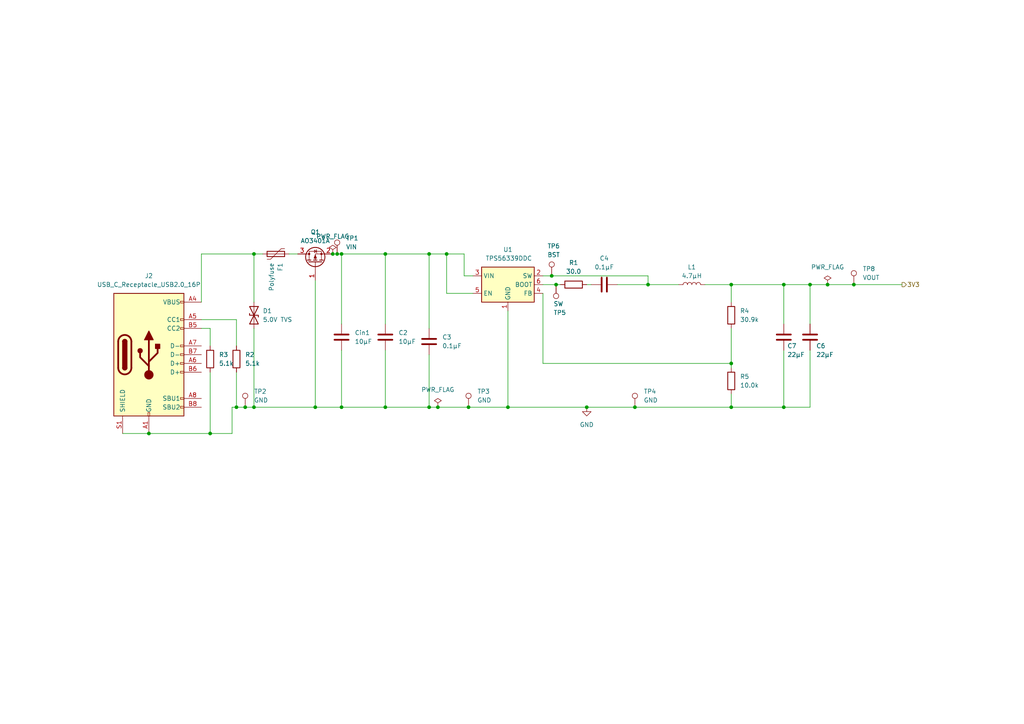
<source format=kicad_sch>
(kicad_sch (version 20250114) (generator "eeschema") (generator_version "9.0")
  (paper "A4")
  (title_block (title "ESP32 Dev Board – Power Supply") (date "2026-02-05") (rev "v1.0"))
  (lib_symbols
    (symbol "Connector:TestPoint" (pin_numbers (hide yes)) (pin_names (offset 0.762) (hide yes))
      (property "Reference" "TP" (at 0 6.858 0))
      (property "Value" "TestPoint" (at 0 5.08 0))
      (symbol "TestPoint_0_1"
        (circle (center 0 3.302) (radius 0.762))
      )
      (symbol "TestPoint_1_1"
        (pin passive line (at 0 0 90) (length 2.54) (name "1") (number "1"))
      )
    )
    (symbol "Connector:USB_C_Receptacle_USB2.0_16P" (pin_names (offset 1.016))
      (property "Reference" "J" (at 0 22.225 0))
      (property "Value" "USB_C_Receptacle_USB2.0_16P" (at 0 19.685 0))
      (symbol "USB_C_Receptacle_USB2.0_16P_0_0"
        (rectangle (start -0.254 -17.78) (end 0.254 -16.764))
        (rectangle (start 10.16 15.494) (end 9.144 14.986))
        (rectangle (start 10.16 10.414) (end 9.144 9.906))
        (rectangle (start 10.16 7.874) (end 9.144 7.366))
        (rectangle (start 10.16 2.794) (end 9.144 2.286))
        (rectangle (start 10.16 0.254) (end 9.144 -0.254))
        (rectangle (start 10.16 -2.286) (end 9.144 -2.794))
        (rectangle (start 10.16 -4.826) (end 9.144 -5.334))
        (rectangle (start 10.16 -12.446) (end 9.144 -12.954))
        (rectangle (start 10.16 -14.986) (end 9.144 -15.494))
      )
      (symbol "USB_C_Receptacle_USB2.0_16P_0_1"
        (rectangle (start -10.16 17.78) (end 10.16 -17.78) (stroke (width 0.254)) (fill (type background)))
        (polyline (pts (xy -8.89 -3.81) (xy -8.89 3.81)) (stroke (width 0.508)))
        (rectangle (start -7.62 -3.81) (end -6.35 3.81) (stroke (width 0.254)) (fill (type outline)))
        (arc (start -7.62 3.81) (mid -6.985 4.4423) (end -6.35 3.81) (stroke (width 0.254)))
        (arc (start -7.62 3.81) (mid -6.985 4.4423) (end -6.35 3.81) (stroke (width 0.254)) (fill (type outline)))
        (arc (start -8.89 3.81) (mid -6.985 5.7067) (end -5.08 3.81) (stroke (width 0.508)))
        (arc (start -5.08 -3.81) (mid -6.985 -5.7067) (end -8.89 -3.81) (stroke (width 0.508)))
        (arc (start -6.35 -3.81) (mid -6.985 -4.4423) (end -7.62 -3.81) (stroke (width 0.254)))
        (arc (start -6.35 -3.81) (mid -6.985 -4.4423) (end -7.62 -3.81) (stroke (width 0.254)) (fill (type outline)))
        (polyline (pts (xy -5.08 3.81) (xy -5.08 -3.81)) (stroke (width 0.508)))
        (circle (center -2.54 1.143) (radius 0.635) (stroke (width 0.254)) (fill (type outline)))
        (polyline (pts (xy -1.27 4.318) (xy 0 6.858) (xy 1.27 4.318) (xy -1.27 4.318)) (stroke (width 0.254)) (fill (type outline)))
        (polyline (pts (xy 0 -2.032) (xy 2.54 0.508) (xy 2.54 1.778)) (stroke (width 0.508)))
        (polyline (pts (xy 0 -3.302) (xy -2.54 -0.762) (xy -2.54 0.508)) (stroke (width 0.508)))
        (polyline (pts (xy 0 -5.842) (xy 0 4.318)) (stroke (width 0.508)))
        (circle (center 0 -5.842) (radius 1.27) (fill (type outline)))
        (rectangle (start 1.905 1.778) (end 3.175 3.048) (stroke (width 0.254)) (fill (type outline)))
      )
      (symbol "USB_C_Receptacle_USB2.0_16P_1_1"
        (pin passive line (at -7.62 -22.86 90) (length 5.08) (name "SHIELD") (number "S1"))
        (pin passive line (at 0 -22.86 90) (length 5.08) (name "GND") (number "A1"))
        (pin passive line (at 0 -22.86 90) (length 5.08) (hide yes) (name "GND") (number "A12"))
        (pin passive line (at 0 -22.86 90) (length 5.08) (hide yes) (name "GND") (number "B1"))
        (pin passive line (at 0 -22.86 90) (length 5.08) (hide yes) (name "GND") (number "B12"))
        (pin passive line (at 15.24 15.24 180) (length 5.08) (name "VBUS") (number "A4"))
        (pin passive line (at 15.24 15.24 180) (length 5.08) (hide yes) (name "VBUS") (number "A9"))
        (pin passive line (at 15.24 15.24 180) (length 5.08) (hide yes) (name "VBUS") (number "B4"))
        (pin passive line (at 15.24 15.24 180) (length 5.08) (hide yes) (name "VBUS") (number "B9"))
        (pin bidirectional line (at 15.24 10.16 180) (length 5.08) (name "CC1") (number "A5"))
        (pin bidirectional line (at 15.24 7.62 180) (length 5.08) (name "CC2") (number "B5"))
        (pin bidirectional line (at 15.24 2.54 180) (length 5.08) (name "D-") (number "A7"))
        (pin bidirectional line (at 15.24 0 180) (length 5.08) (name "D-") (number "B7"))
        (pin bidirectional line (at 15.24 -2.54 180) (length 5.08) (name "D+") (number "A6"))
        (pin bidirectional line (at 15.24 -5.08 180) (length 5.08) (name "D+") (number "B6"))
        (pin bidirectional line (at 15.24 -12.7 180) (length 5.08) (name "SBU1") (number "A8"))
        (pin bidirectional line (at 15.24 -15.24 180) (length 5.08) (name "SBU2") (number "B8"))
      )
    )
    (symbol "Device:C" (pin_numbers (hide yes)) (pin_names (offset 0.254))
      (property "Reference" "C" (at 0.635 2.54 0))
      (property "Value" "C" (at 0.635 -2.54 0))
      (symbol "C_0_1"
        (polyline (pts (xy -2.032 0.762) (xy 2.032 0.762)) (stroke (width 0.508)))
        (polyline (pts (xy -2.032 -0.762) (xy 2.032 -0.762)) (stroke (width 0.508)))
      )
      (symbol "C_1_1"
        (pin passive line (at 0 3.81 270) (length 2.794) (name "~") (number "1"))
        (pin passive line (at 0 -3.81 90) (length 2.794) (name "~") (number "2"))
      )
    )
    (symbol "Device:D_TVS" (pin_numbers (hide yes)) (pin_names (offset 1.016) (hide yes))
      (property "Reference" "D" (at 0 2.54 0))
      (property "Value" "D_TVS" (at 0 -2.54 0))
      (symbol "D_TVS_0_1"
        (polyline (pts (xy -2.54 1.27) (xy -2.54 -1.27) (xy 2.54 1.27) (xy 2.54 -1.27) (xy -2.54 1.27)) (stroke (width 0.254)))
        (polyline (pts (xy 0.508 1.27) (xy 0 1.27) (xy 0 -1.27) (xy -0.508 -1.27)) (stroke (width 0.254)))
        (polyline (pts (xy 1.27 0) (xy -1.27 0)))
      )
      (symbol "D_TVS_1_1"
        (pin passive line (at -3.81 0 0) (length 2.54) (name "A1") (number "1"))
        (pin passive line (at 3.81 0 180) (length 2.54) (name "A2") (number "2"))
      )
    )
    (symbol "Device:L" (pin_numbers (hide yes)) (pin_names (offset 1.016) (hide yes))
      (property "Reference" "L" (at -1.27 0 90))
      (property "Value" "L" (at 1.905 0 90))
      (symbol "L_0_1"
        (arc (start 0 2.54) (mid 0.6323 1.905) (end 0 1.27))
        (arc (start 0 1.27) (mid 0.6323 0.635) (end 0 0))
        (arc (start 0 0) (mid 0.6323 -0.635) (end 0 -1.27))
        (arc (start 0 -1.27) (mid 0.6323 -1.905) (end 0 -2.54))
      )
      (symbol "L_1_1"
        (pin passive line (at 0 3.81 270) (length 1.27) (name "1") (number "1"))
        (pin passive line (at 0 -3.81 90) (length 1.27) (name "2") (number "2"))
      )
    )
    (symbol "Device:Polyfuse" (pin_numbers (hide yes)) (pin_names (offset 0))
      (property "Reference" "F" (at -2.54 0 90))
      (property "Value" "Polyfuse" (at 2.54 0 90))
      (symbol "Polyfuse_0_1"
        (polyline (pts (xy -1.524 2.54) (xy -1.524 1.524) (xy 1.524 -1.524) (xy 1.524 -2.54)))
        (rectangle (start -0.762 2.54) (end 0.762 -2.54) (stroke (width 0.254)))
        (polyline (pts (xy 0 2.54) (xy 0 -2.54)))
      )
      (symbol "Polyfuse_1_1"
        (pin passive line (at 0 3.81 270) (length 1.27) (name "~") (number "1"))
        (pin passive line (at 0 -3.81 90) (length 1.27) (name "~") (number "2"))
      )
    )
    (symbol "Device:R" (pin_numbers (hide yes)) (pin_names (offset 0))
      (property "Reference" "R" (at 2.032 0 90))
      (property "Value" "R" (at 0 0 90))
      (symbol "R_0_1"
        (rectangle (start -1.016 -2.54) (end 1.016 2.54) (stroke (width 0.254)))
      )
      (symbol "R_1_1"
        (pin passive line (at 0 3.81 270) (length 1.27) (name "~") (number "1"))
        (pin passive line (at 0 -3.81 90) (length 1.27) (name "~") (number "2"))
      )
    )
    (symbol "Regulator_Switching:TPS56339DDC"
      (property "Reference" "U" (at -7.62 6.35 0))
      (property "Value" "TPS56339DDC" (at -2.54 6.35 0))
      (symbol "TPS56339DDC_0_1"
        (rectangle (start -7.62 5.08) (end 7.62 -5.08) (stroke (width 0.254)) (fill (type background)))
      )
      (symbol "TPS56339DDC_1_1"
        (pin power_in line (at -10.16 2.54 0) (length 2.54) (name "VIN") (number "3"))
        (pin input line (at -10.16 -2.54 0) (length 2.54) (name "EN") (number "5"))
        (pin power_in line (at 0 -7.62 90) (length 2.54) (name "GND") (number "1"))
        (pin power_out line (at 10.16 2.54 180) (length 2.54) (name "SW") (number "2"))
        (pin passive line (at 10.16 0 180) (length 2.54) (name "BOOT") (number "6"))
        (pin input line (at 10.16 -2.54 180) (length 2.54) (name "FB") (number "4"))
      )
    )
    (symbol "Transistor_FET:AO3401A" (pin_names (hide yes))
      (property "Reference" "Q" (at 5.08 1.905 0))
      (property "Value" "AO3401A" (at 5.08 0 0))
      (symbol "AO3401A_0_1"
        (polyline (pts (xy 0.254 1.905) (xy 0.254 -1.905)) (stroke (width 0.254)))
        (polyline (pts (xy 0.254 0) (xy -2.54 0)))
        (polyline (pts (xy 0.762 2.286) (xy 0.762 1.27)) (stroke (width 0.254)))
        (polyline (pts (xy 0.762 1.778) (xy 3.302 1.778) (xy 3.302 -1.778) (xy 0.762 -1.778)))
        (polyline (pts (xy 0.762 0.508) (xy 0.762 -0.508)) (stroke (width 0.254)))
        (polyline (pts (xy 0.762 -1.27) (xy 0.762 -2.286)) (stroke (width 0.254)))
        (circle (center 1.651 0) (radius 2.794) (stroke (width 0.254)))
        (polyline (pts (xy 2.286 0) (xy 1.27 0.381) (xy 1.27 -0.381) (xy 2.286 0)) (fill (type outline)))
        (polyline (pts (xy 2.54 2.54) (xy 2.54 1.778)))
        (circle (center 2.54 1.778) (radius 0.254) (fill (type outline)))
        (circle (center 2.54 -1.778) (radius 0.254) (fill (type outline)))
        (polyline (pts (xy 2.54 -2.54) (xy 2.54 0) (xy 0.762 0)))
        (polyline (pts (xy 2.794 -0.508) (xy 2.921 -0.381) (xy 3.683 -0.381) (xy 3.81 -0.254)))
        (polyline (pts (xy 3.302 -0.381) (xy 2.921 0.254) (xy 3.683 0.254) (xy 3.302 -0.381)))
      )
      (symbol "AO3401A_1_1"
        (pin input line (at -5.08 0 0) (length 2.54) (name "G") (number "1"))
        (pin passive line (at 2.54 5.08 270) (length 2.54) (name "D") (number "3"))
        (pin passive line (at 2.54 -5.08 90) (length 2.54) (name "S") (number "2"))
      )
    )
    (symbol "power:GND" (power) (pin_numbers (hide yes)) (pin_names (offset 0) (hide yes))
      (property "Value" "GND" (at 0 -3.81 0))
      (symbol "GND_0_1"
        (polyline (pts (xy 0 0) (xy 0 -1.27) (xy 1.27 -1.27) (xy 0 -2.54) (xy -1.27 -1.27) (xy 0 -1.27)))
      )
      (symbol "GND_1_1"
        (pin power_in line (at 0 0 270) (length 0) (name "~") (number "1"))
      )
    )
    (symbol "power:PWR_FLAG" (power) (pin_numbers (hide yes)) (pin_names (offset 0) (hide yes))
      (property "Value" "PWR_FLAG" (at 0 3.81 0))
      (symbol "PWR_FLAG_0_0"
        (pin power_out line (at 0 0 90) (length 0) (name "~") (number "1"))
      )
      (symbol "PWR_FLAG_0_1"
        (polyline (pts (xy 0 0) (xy 0 1.27) (xy -1.016 1.905) (xy 0 2.54) (xy 1.016 1.905) (xy 0 1.27)))
      )
    )
  )
  (junction (at 129.54 73.66))
  (junction (at 97.79 73.66))
  (junction (at 124.46 73.66))
  (junction (at 96.52 73.66))
  (junction (at 71.12 118.11))
  (junction (at 147.32 118.11))
  (junction (at 247.65 82.55))
  (junction (at 127 118.11))
  (junction (at 227.33 82.55))
  (junction (at 99.06 73.66))
  (junction (at 135.89 118.11))
  (junction (at 240.03 82.55))
  (junction (at 212.09 118.11))
  (junction (at 111.76 73.66))
  (junction (at 73.66 118.11))
  (junction (at 99.06 118.11))
  (junction (at 111.76 118.11))
  (junction (at 124.46 118.11))
  (junction (at 170.18 118.11))
  (junction (at 73.66 73.66))
  (junction (at 187.96 82.55))
  (junction (at 234.95 82.55))
  (junction (at 68.58 118.11))
  (junction (at 160.02 80.01))
  (junction (at 60.96 125.73))
  (junction (at 184.15 118.11))
  (junction (at 43.18 125.73))
  (junction (at 212.09 82.55))
  (junction (at 161.29 82.55))
  (junction (at 227.33 118.11))
  (junction (at 212.09 105.41))
  (junction (at 91.44 118.11))
  (wire (pts (xy 96.52 73.66) (xy 97.79 73.66)))
  (wire (pts (xy 212.09 82.55) (xy 227.33 82.55)))
  (wire (pts (xy 35.56 125.73) (xy 43.18 125.73)))
  (wire (pts (xy 247.65 82.55) (xy 261.62 82.55)))
  (wire (pts (xy 170.18 118.11) (xy 184.15 118.11)))
  (wire (pts (xy 227.33 118.11) (xy 234.95 118.11)))
  (wire (pts (xy 73.66 118.11) (xy 91.44 118.11)))
  (wire (pts (xy 212.09 114.3) (xy 212.09 118.11)))
  (wire (pts (xy 91.44 81.28) (xy 91.44 118.11)))
  (wire (pts (xy 67.31 118.11) (xy 68.58 118.11)))
  (wire (pts (xy 134.62 73.66) (xy 134.62 80.01)))
  (wire (pts (xy 234.95 101.6) (xy 234.95 118.11)))
  (wire (pts (xy 184.15 118.11) (xy 212.09 118.11)))
  (wire (pts (xy 124.46 118.11) (xy 111.76 118.11)))
  (wire (pts (xy 58.42 73.66) (xy 73.66 73.66)))
  (wire (pts (xy 58.42 73.66) (xy 58.42 87.63)))
  (wire (pts (xy 227.33 82.55) (xy 227.33 93.98)))
  (wire (pts (xy 212.09 82.55) (xy 212.09 87.63)))
  (wire (pts (xy 234.95 82.55) (xy 234.95 93.98)))
  (wire (pts (xy 60.96 107.95) (xy 60.96 125.73)))
  (wire (pts (xy 129.54 85.09) (xy 129.54 73.66)))
  (wire (pts (xy 157.48 80.01) (xy 160.02 80.01)))
  (wire (pts (xy 127 118.11) (xy 135.89 118.11)))
  (wire (pts (xy 58.42 95.25) (xy 60.96 95.25)))
  (wire (pts (xy 179.07 82.55) (xy 187.96 82.55)))
  (wire (pts (xy 227.33 101.6) (xy 227.33 118.11)))
  (wire (pts (xy 68.58 118.11) (xy 71.12 118.11)))
  (wire (pts (xy 147.32 90.17) (xy 147.32 118.11)))
  (wire (pts (xy 99.06 73.66) (xy 111.76 73.66)))
  (wire (pts (xy 73.66 95.25) (xy 73.66 118.11)))
  (wire (pts (xy 58.42 92.71) (xy 68.58 92.71)))
  (wire (pts (xy 83.82 73.66) (xy 86.36 73.66)))
  (wire (pts (xy 60.96 125.73) (xy 67.31 125.73)))
  (wire (pts (xy 111.76 73.66) (xy 111.76 93.98)))
  (wire (pts (xy 124.46 102.87) (xy 124.46 118.11)))
  (wire (pts (xy 137.16 85.09) (xy 129.54 85.09)))
  (wire (pts (xy 124.46 73.66) (xy 124.46 95.25)))
  (wire (pts (xy 99.06 101.6) (xy 99.06 118.11)))
  (wire (pts (xy 99.06 73.66) (xy 99.06 93.98)))
  (wire (pts (xy 97.79 73.66) (xy 99.06 73.66)))
  (wire (pts (xy 212.09 105.41) (xy 212.09 106.68)))
  (wire (pts (xy 187.96 82.55) (xy 196.85 82.55)))
  (wire (pts (xy 68.58 92.71) (xy 68.58 100.33)))
  (wire (pts (xy 73.66 73.66) (xy 73.66 87.63)))
  (wire (pts (xy 99.06 118.11) (xy 111.76 118.11)))
  (wire (pts (xy 124.46 118.11) (xy 127 118.11)))
  (wire (pts (xy 161.29 82.55) (xy 162.56 82.55)))
  (wire (pts (xy 240.03 82.55) (xy 247.65 82.55)))
  (wire (pts (xy 187.96 80.01) (xy 187.96 82.55)))
  (wire (pts (xy 160.02 80.01) (xy 187.96 80.01)))
  (wire (pts (xy 212.09 95.25) (xy 212.09 105.41)))
  (wire (pts (xy 212.09 118.11) (xy 227.33 118.11)))
  (wire (pts (xy 60.96 95.25) (xy 60.96 100.33)))
  (wire (pts (xy 157.48 85.09) (xy 157.48 105.41)))
  (wire (pts (xy 129.54 73.66) (xy 124.46 73.66)))
  (wire (pts (xy 71.12 118.11) (xy 73.66 118.11)))
  (wire (pts (xy 157.48 105.41) (xy 212.09 105.41)))
  (wire (pts (xy 124.46 73.66) (xy 111.76 73.66)))
  (wire (pts (xy 43.18 125.73) (xy 60.96 125.73)))
  (wire (pts (xy 134.62 73.66) (xy 129.54 73.66)))
  (wire (pts (xy 67.31 125.73) (xy 67.31 118.11)))
  (wire (pts (xy 204.47 82.55) (xy 212.09 82.55)))
  (wire (pts (xy 73.66 73.66) (xy 76.2 73.66)))
  (wire (pts (xy 147.32 118.11) (xy 170.18 118.11)))
  (wire (pts (xy 134.62 80.01) (xy 137.16 80.01)))
  (wire (pts (xy 91.44 118.11) (xy 99.06 118.11)))
  (wire (pts (xy 227.33 82.55) (xy 234.95 82.55)))
  (wire (pts (xy 68.58 107.95) (xy 68.58 118.11)))
  (wire (pts (xy 157.48 82.55) (xy 161.29 82.55)))
  (wire (pts (xy 234.95 82.55) (xy 240.03 82.55)))
  (wire (pts (xy 135.89 118.11) (xy 147.32 118.11)))
  (wire (pts (xy 170.18 82.55) (xy 171.45 82.55)))
  (wire (pts (xy 111.76 101.6) (xy 111.76 118.11)))
  (hierarchical_label "3V3" (shape output) (at 261.62 82.55 0))
  (symbol (lib_id "Device:C") (at 175.26 82.55 90) (unit 1)
    (property "Reference" "C4" (at 175.26 74.93 90))
    (property "Value" "0.1µF" (at 175.26 77.47 90))
    (property "Footprint" "Capacitor_SMD:C_0603_1608Metric" (effects (hide yes)))
    (property "Description" "Unpolarized capacitor" (effects (hide yes)))
  )
  (symbol (lib_id "Device:C") (at 99.06 97.79 0) (unit 1)
    (property "Reference" "Cin1" (at 102.87 96.5199 0) (effects (justify left)))
    (property "Value" "10µF" (at 102.87 99.0599 0) (effects (justify left)))
    (property "Footprint" "Capacitor_SMD:C_0805_2012Metric" (effects (hide yes)))
    (property "Description" "Unpolarized capacitor" (effects (hide yes)))
  )
  (symbol (lib_id "Connector:TestPoint") (at 247.65 82.55 0) (unit 1)
    (property "Reference" "TP8" (at 250.19 77.9779 0) (effects (justify left)))
    (property "Value" "VOUT" (at 250.19 80.5179 0) (effects (justify left)))
    (property "Footprint" "TestPoint:TestPoint_Pad_D1.5mm" (effects (hide yes)))
    (property "Description" "test point" (effects (hide yes)))
  )
  (symbol (lib_id "Device:C") (at 227.33 97.79 0) (unit 1)
    (property "Reference" "C7" (at 228.346 100.33 0) (effects (justify left)))
    (property "Value" "22µF" (at 228.346 102.87 0) (effects (justify left)))
    (property "Footprint" "Capacitor_SMD:C_1206_3216Metric" (effects (hide yes)))
    (property "Description" "Unpolarized capacitor" (effects (hide yes)))
  )
  (symbol (lib_id "Connector:TestPoint") (at 135.89 118.11 0) (unit 1)
    (property "Reference" "TP3" (at 138.43 113.5379 0) (effects (justify left)))
    (property "Value" "GND" (at 138.43 116.0779 0) (effects (justify left)))
    (property "Footprint" "TestPoint:TestPoint_Pad_D1.5mm" (effects (hide yes)))
    (property "Description" "test point" (effects (hide yes)))
  )
  (symbol (lib_id "power:PWR_FLAG") (at 240.03 82.55 0) (unit 1)
    (property "Reference" "#FLG03" (effects (hide yes)))
    (property "Value" "PWR_FLAG" (at 240.03 77.47 0))
    (property "Description" "Special symbol for telling ERC where power comes from" (effects (hide yes)))
  )
  (symbol (lib_id "Connector:TestPoint") (at 97.79 73.66 0) (unit 1)
    (property "Reference" "TP1" (at 100.33 69.0879 0) (effects (justify left)))
    (property "Value" "VIN" (at 100.33 71.6279 0) (effects (justify left)))
    (property "Footprint" "TestPoint:TestPoint_Pad_D1.5mm" (effects (hide yes)))
    (property "Description" "test point" (effects (hide yes)))
  )
  (symbol (lib_id "Device:R") (at 212.09 110.49 0) (unit 1)
    (property "Reference" "R5" (at 214.63 109.2199 0) (effects (justify left)))
    (property "Value" "10.0k" (at 214.63 111.7599 0) (effects (justify left)))
    (property "Footprint" "Resistor_SMD:R_0603_1608Metric" (effects (hide yes)))
    (property "Description" "Resistor" (effects (hide yes)))
  )
  (symbol (lib_id "Connector:TestPoint") (at 160.02 80.01 0) (unit 1)
    (property "Reference" "TP6" (at 158.75 71.374 0) (effects (justify left)))
    (property "Value" "BST" (at 158.75 73.914 0) (effects (justify left)))
    (property "Footprint" "TestPoint:TestPoint_Pad_D1.5mm" (effects (hide yes)))
    (property "Description" "test point" (effects (hide yes)))
  )
  (symbol (lib_id "Connector:TestPoint") (at 184.15 118.11 0) (unit 1)
    (property "Reference" "TP4" (at 186.69 113.5379 0) (effects (justify left)))
    (property "Value" "GND" (at 186.69 116.0779 0) (effects (justify left)))
    (property "Footprint" "TestPoint:TestPoint_Pad_D1.5mm" (effects (hide yes)))
    (property "Description" "test point" (effects (hide yes)))
  )
  (symbol (lib_id "Device:C") (at 124.46 99.06 0) (unit 1)
    (property "Reference" "C3" (at 128.27 97.7899 0) (effects (justify left)))
    (property "Value" "0.1µF" (at 128.27 100.3299 0) (effects (justify left)))
    (property "Footprint" "Capacitor_SMD:C_0603_1608Metric" (effects (hide yes)))
    (property "Description" "Unpolarized capacitor" (effects (hide yes)))
  )
  (symbol (lib_id "Device:D_TVS") (at 73.66 91.44 270) (unit 1)
    (property "Reference" "D1" (at 76.2 90.1699 90) (effects (justify left)))
    (property "Value" "5.0V TVS" (at 76.2 92.7099 90) (effects (justify left)))
    (property "Footprint" "Diode_SMD:D_SOD-123" (effects (hide yes)))
    (property "Description" "Bidirectional transient-voltage-suppression diode" (effects (hide yes)))
    (property "comment" "ESD protection, USB VBUS" (effects (hide yes)))
  )
  (symbol (lib_id "Device:Polyfuse") (at 80.01 73.66 270) (unit 1)
    (property "Reference" "F1" (at 81.2801 76.2 0) (effects (justify left)))
    (property "Value" "Polyfuse" (at 78.7401 76.2 0) (effects (justify left)))
    (property "Footprint" "Fuse:Fuse_1206_3216Metric" (effects (hide yes)))
    (property "Description" "Resettable fuse, polymeric positive temperature coefficient" (effects (hide yes)))
  )
  (symbol (lib_id "Device:R") (at 68.58 104.14 0) (unit 1)
    (property "Reference" "R2" (at 71.12 102.8699 0) (effects (justify left)))
    (property "Value" "5.1k" (at 71.12 105.4099 0) (effects (justify left)))
    (property "Footprint" "Resistor_SMD:R_0603_1608Metric" (effects (hide yes)))
    (property "Description" "Resistor" (effects (hide yes)))
  )
  (symbol (lib_id "Device:C") (at 234.95 97.79 0) (unit 1)
    (property "Reference" "C6" (at 236.728 100.33 0) (effects (justify left)))
    (property "Value" "22µF" (at 236.728 102.87 0) (effects (justify left)))
    (property "Footprint" "Capacitor_SMD:C_1206_3216Metric" (effects (hide yes)))
    (property "Description" "Unpolarized capacitor" (effects (hide yes)))
  )
  (symbol (lib_id "power:PWR_FLAG") (at 96.52 73.66 0) (unit 1)
    (property "Reference" "#FLG02" (effects (hide yes)))
    (property "Value" "PWR_FLAG" (at 96.52 68.58 0))
    (property "Description" "Special symbol for telling ERC where power comes from" (effects (hide yes)))
  )
  (symbol (lib_id "Device:L") (at 200.66 82.55 90) (unit 1)
    (property "Reference" "L1" (at 200.66 77.47 90))
    (property "Value" "4.7µH" (at 200.66 80.01 90))
    (property "Footprint" "personal_library:Inductor_SDS74M-4R7M-LF" (effects (hide yes)))
    (property "Description" "Inductor" (effects (hide yes)))
  )
  (symbol (lib_id "Transistor_FET:AO3401A") (at 91.44 76.2 90) (unit 1)
    (property "Reference" "Q1" (at 91.44 67.31 90))
    (property "Value" "AO3401A" (at 91.44 69.85 90))
    (property "Footprint" "Package_TO_SOT_SMD:SOT-23" (effects (hide yes)))
    (property "Datasheet" "http://www.aosmd.com/pdfs/datasheet/AO3401A.pdf" (effects (hide yes)))
    (property "Description" "-4.0A Id, -30V Vds, P-Channel MOSFET, SOT-23" (effects (hide yes)))
  )
  (symbol (lib_id "Device:C") (at 111.76 97.79 0) (unit 1)
    (property "Reference" "C2" (at 115.57 96.5199 0) (effects (justify left)))
    (property "Value" "10µF" (at 115.57 99.0599 0) (effects (justify left)))
    (property "Footprint" "Capacitor_SMD:C_0805_2012Metric" (effects (hide yes)))
    (property "Description" "Unpolarized capacitor" (effects (hide yes)))
  )
  (symbol (lib_id "Connector:TestPoint") (at 71.12 118.11 0) (unit 1)
    (property "Reference" "TP2" (at 73.66 113.5379 0) (effects (justify left)))
    (property "Value" "GND" (at 73.66 116.0779 0) (effects (justify left)))
    (property "Footprint" "TestPoint:TestPoint_Pad_D1.5mm" (effects (hide yes)))
    (property "Description" "test point" (effects (hide yes)))
  )
  (symbol (lib_id "Connector:TestPoint") (at 161.29 82.55 0) (mirror x) (unit 1)
    (property "Reference" "TP5" (at 160.528 90.678 0) (effects (justify left)))
    (property "Value" "SW" (at 160.528 88.138 0) (effects (justify left)))
    (property "Footprint" "TestPoint:TestPoint_Pad_D1.5mm" (effects (hide yes)))
    (property "Description" "test point" (effects (hide yes)))
  )
  (symbol (lib_id "Device:R") (at 166.37 82.55 90) (unit 1)
    (property "Reference" "R1" (at 166.37 76.2 90))
    (property "Value" "30.0" (at 166.37 78.74 90))
    (property "Footprint" "Resistor_SMD:R_0603_1608Metric" (effects (hide yes)))
    (property "Description" "Resistor" (effects (hide yes)))
  )
  (symbol (lib_id "power:GND") (at 170.18 118.11 0) (unit 1)
    (property "Reference" "#PWR01" (effects (hide yes)))
    (property "Value" "GND" (at 170.18 123.19 0))
    (property "Description" "Power symbol creates a global label with name \"GND\" , ground" (effects (hide yes)))
  )
  (symbol (lib_id "Device:R") (at 212.09 91.44 0) (unit 1)
    (property "Reference" "R4" (at 214.63 90.1699 0) (effects (justify left)))
    (property "Value" "30.9k" (at 214.63 92.7099 0) (effects (justify left)))
    (property "Footprint" "Resistor_SMD:R_0603_1608Metric" (effects (hide yes)))
    (property "Description" "Resistor" (effects (hide yes)))
  )
  (symbol (lib_id "power:PWR_FLAG") (at 127 118.11 0) (unit 1)
    (property "Reference" "#FLG01" (effects (hide yes)))
    (property "Value" "PWR_FLAG" (at 127 113.03 0))
    (property "Description" "Special symbol for telling ERC where power comes from" (effects (hide yes)))
  )
  (symbol (lib_id "Device:R") (at 60.96 104.14 0) (unit 1)
    (property "Reference" "R3" (at 63.5 102.8699 0) (effects (justify left)))
    (property "Value" "5.1k" (at 63.5 105.4099 0) (effects (justify left)))
    (property "Footprint" "Resistor_SMD:R_0603_1608Metric" (effects (hide yes)))
    (property "Description" "Resistor" (effects (hide yes)))
  )
  (symbol (lib_id "Regulator_Switching:TPS56339DDC") (at 147.32 82.55 0) (unit 1)
    (property "Reference" "U1" (at 147.32 72.39 0))
    (property "Value" "TPS56339DDC" (at 147.574 74.93 0))
    (property "Footprint" "Package_TO_SOT_SMD:SOT-23-6" (effects (hide yes)))
    (property "Datasheet" "https://www.ti.com/lit/ds/symlink/tps56339.pdf" (effects (hide yes)))
    (property "Description" "4.5V to 24V Input, 3-A Output Synchronous Buck Converter, SOT-23-6" (effects (hide yes)))
  )
  (symbol (lib_id "Connector:USB_C_Receptacle_USB2.0_16P") (at 43.18 102.87 0) (unit 1)
    (property "Reference" "J2" (at 43.18 80.01 0))
    (property "Value" "USB_C_Receptacle_USB2.0_16P" (at 43.18 82.55 0))
    (property "Footprint" "Connector_USB:USB_C_Receptacle_GCT_USB4110" (effects (hide yes)))
    (property "Datasheet" "https://www.usb.org/sites/default/files/documents/usb_type-c.zip" (effects (hide yes)))
    (property "Description" "USB 2.0-only 16P Type-C Receptacle connector" (effects (hide yes)))
  )
)
</source>
